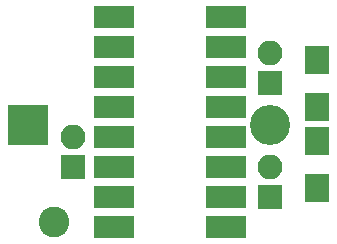
<source format=gbr>
G04 #@! TF.FileFunction,Soldermask,Top*
%FSLAX46Y46*%
G04 Gerber Fmt 4.6, Leading zero omitted, Abs format (unit mm)*
G04 Created by KiCad (PCBNEW 4.0.1-stable) date 2019/03/03 15:39:44*
%MOMM*%
G01*
G04 APERTURE LIST*
%ADD10C,0.100000*%
%ADD11C,2.600000*%
%ADD12R,2.100000X2.100000*%
%ADD13O,2.100000X2.100000*%
%ADD14R,3.400000X1.900000*%
%ADD15C,3.400000*%
%ADD16R,3.400000X3.400000*%
%ADD17R,2.100000X2.400000*%
G04 APERTURE END LIST*
D10*
D11*
X150700000Y-113150000D03*
D12*
X169000000Y-111025000D03*
D13*
X169000000Y-108485000D03*
D12*
X169000000Y-101415000D03*
D13*
X168975000Y-98875000D03*
D12*
X152300000Y-108525000D03*
D13*
X152300000Y-105985000D03*
D14*
X155750000Y-105980000D03*
X155750000Y-95820000D03*
X155750000Y-98360000D03*
X155750000Y-100900000D03*
X155750000Y-103440000D03*
X155750000Y-108520000D03*
X155750000Y-111060000D03*
X155750000Y-113600000D03*
X165250000Y-113600000D03*
X165250000Y-111060000D03*
X165250000Y-108520000D03*
X165250000Y-103440000D03*
X165250000Y-100900000D03*
X165250000Y-98360000D03*
X165250000Y-95820000D03*
X165250000Y-105980000D03*
D15*
X168991000Y-105004000D03*
D16*
X148501000Y-105004000D03*
D17*
X172925000Y-110300000D03*
X172925000Y-106300000D03*
X172925000Y-103425000D03*
X172925000Y-99425000D03*
M02*

</source>
